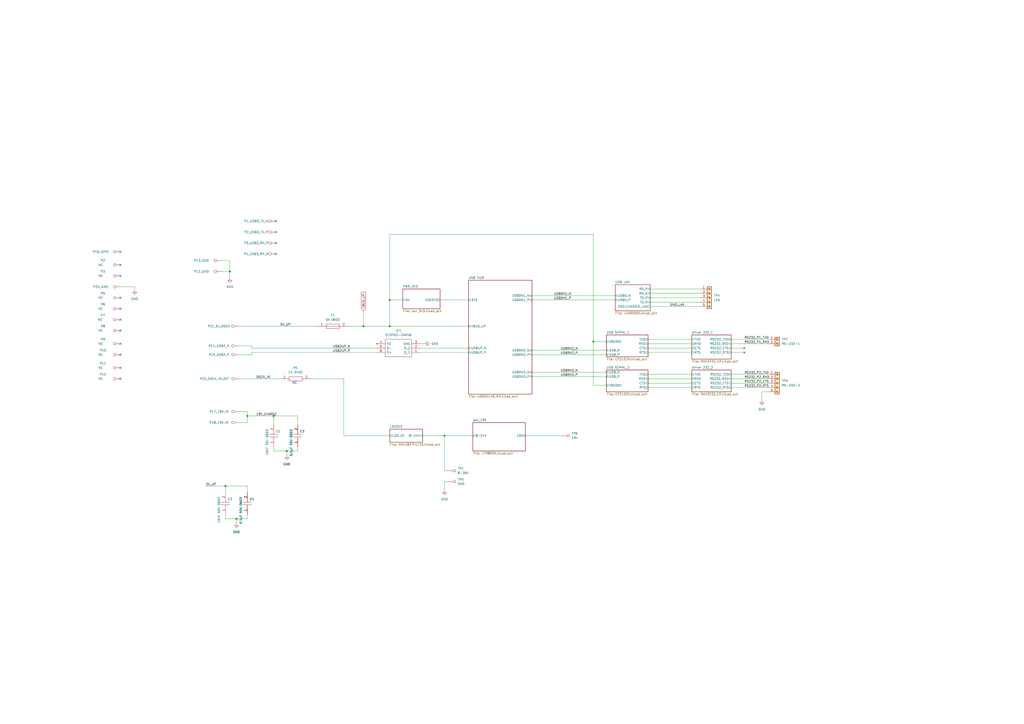
<source format=kicad_sch>
(kicad_sch (version 20211123) (generator eeschema)
  (paper "A2")
  (title_block (title "DOCK USB"))
  (lib_symbols
    (symbol "Connector:Screw_Terminal_01x02" (pin_names (offset 1.016) hide)
      (property "Reference" "J" (at 0 2.54 0))
      (property "Value" "Screw_Terminal_01x02" (at 0 -5.08 0))
      (symbol "Screw_Terminal_01x02_1_1"
        (rectangle (start -1.27 1.27) (end 1.27 -3.81) (stroke (width 0.254)) (fill (type background)))
        (circle (center 0 -2.54) (radius 0.635) (stroke (width 0.1524)))
        (polyline (pts (xy -0.5334 -2.2098) (xy 0.3302 -3.048)) (stroke (width 0.1524)))
        (polyline (pts (xy -0.5334 0.3302) (xy 0.3302 -0.508)) (stroke (width 0.1524)))
        (polyline (pts (xy -0.3556 -2.032) (xy 0.508 -2.8702)) (stroke (width 0.1524)))
        (polyline (pts (xy -0.3556 0.508) (xy 0.508 -0.3302)) (stroke (width 0.1524)))
        (circle (center 0 0) (radius 0.635) (stroke (width 0.1524)))
        (pin passive line (at -5.08 0 0) (length 3.81) (name "Pin_1") (number "1"))
        (pin passive line (at -5.08 -2.54 0) (length 3.81) (name "Pin_2") (number "2"))
      )
    )
    (symbol "Connector:Screw_Terminal_01x05" (pin_names (offset 1.016) hide)
      (property "Reference" "J?" (at 2.54 1.2701 0))
      (property "Value" "Screw_Terminal_01x05" (at 2.54 -1.2699 0))
      (symbol "Screw_Terminal_01x05_1_1"
        (rectangle (start -1.27 6.35) (end 1.27 -6.35) (stroke (width 0.254)) (fill (type background)))
        (circle (center 0 -5.08) (radius 0.635) (stroke (width 0.1524)))
        (circle (center 0 -2.54) (radius 0.635) (stroke (width 0.1524)))
        (polyline (pts (xy -0.5334 -4.7498) (xy 0.3302 -5.588)) (stroke (width 0.1524)))
        (polyline (pts (xy -0.5334 -2.2098) (xy 0.3302 -3.048)) (stroke (width 0.1524)))
        (polyline (pts (xy -0.5334 0.3302) (xy 0.3302 -0.508)) (stroke (width 0.1524)))
        (polyline (pts (xy -0.5334 2.8702) (xy 0.3302 2.032)) (stroke (width 0.1524)))
        (polyline (pts (xy -0.5334 5.4102) (xy 0.3302 4.572)) (stroke (width 0.1524)))
        (polyline (pts (xy -0.3556 -4.572) (xy 0.508 -5.4102)) (stroke (width 0.1524)))
        (polyline (pts (xy -0.3556 -2.032) (xy 0.508 -2.8702)) (stroke (width 0.1524)))
        (polyline (pts (xy -0.3556 0.508) (xy 0.508 -0.3302)) (stroke (width 0.1524)))
        (polyline (pts (xy -0.3556 3.048) (xy 0.508 2.2098)) (stroke (width 0.1524)))
        (polyline (pts (xy -0.3556 5.588) (xy 0.508 4.7498)) (stroke (width 0.1524)))
        (circle (center 0 0) (radius 0.635) (stroke (width 0.1524)))
        (circle (center 0 2.54) (radius 0.635) (stroke (width 0.1524)))
        (circle (center 0 5.08) (radius 0.635) (stroke (width 0.1524)))
        (pin passive line (at -5.08 5.08 0) (length 3.81) (name "Pin_1") (number "1"))
        (pin passive line (at -5.08 2.54 0) (length 3.81) (name "Pin_2") (number "2"))
        (pin passive line (at -5.08 0 0) (length 3.81) (name "Pin_3") (number "3"))
        (pin passive line (at -5.08 -2.54 0) (length 3.81) (name "Pin_4") (number "4"))
        (pin passive line (at -5.08 -5.08 0) (length 3.81) (name "Pin_5") (number "5"))
      )
    )
    (symbol "Connector:TestPoint" (pin_numbers hide) (pin_names (offset 0.762) hide)
      (property "Reference" "TP" (at 0 6.858 0))
      (property "Value" "TestPoint" (at 0 5.08 0))
      (symbol "TestPoint_0_1"
        (circle (center 0 3.302) (radius 0.762))
      )
      (symbol "TestPoint_1_1"
        (pin passive line (at 0 0 90) (length 2.54) (name "1") (number "1"))
      )
    )
    (symbol "global_lib:ECMF02-2AMX6" (pin_names (offset 0.762))
      (property "Reference" "IC" (at 21.59 7.62 0))
      (property "Value" "ECMF02-2AMX6" (at 21.59 5.08 0))
      (symbol "ECMF02-2AMX6_0_0"
        (pin passive line (at 0 0 0) (length 5.08) (name "D_1") (number "1"))
        (pin passive line (at 0 -2.54 0) (length 5.08) (name "D_2") (number "2"))
        (pin passive line (at 0 -5.08 0) (length 5.08) (name "GND") (number "3"))
        (pin no_connect line (at 25.4 -5.08 180) (length 5.08) (name "NC") (number "4"))
        (pin passive line (at 25.4 -2.54 180) (length 5.08) (name "D-") (number "5"))
        (pin passive line (at 25.4 0 180) (length 5.08) (name "D+") (number "6"))
      )
      (symbol "ECMF02-2AMX6_0_1"
        (polyline (pts (xy 5.08 2.54) (xy 20.32 2.54) (xy 20.32 -7.62) (xy 5.08 -7.62) (xy 5.08 2.54)) (stroke (width 0.1524)))
      )
    )
    (symbol "my_cap:06035C104MAT2A" (pin_names (offset 0.762))
      (property "Reference" "C" (at 8.89 6.35 0))
      (property "Value" "06035C104MAT2A" (at 8.89 3.81 0))
      (symbol "06035C104MAT2A_0_0"
        (pin passive line (at 0 0 0) (length 5.08) (name "~") (number "1"))
        (pin passive line (at 12.7 0 180) (length 5.08) (name "~") (number "2"))
      )
      (symbol "06035C104MAT2A_0_1"
        (polyline (pts (xy 5.08 0) (xy 5.588 0)) (stroke (width 0.1524)))
        (polyline (pts (xy 5.588 2.54) (xy 5.588 -2.54)) (stroke (width 0.1524)))
        (polyline (pts (xy 7.112 0) (xy 7.62 0)) (stroke (width 0.1524)))
        (polyline (pts (xy 7.112 2.54) (xy 7.112 -2.54)) (stroke (width 0.1524)))
      )
    )
    (symbol "my_cap:885012206089" (pin_names (offset 0.762))
      (property "Reference" "C" (at 8.89 6.35 0))
      (property "Value" "885012206089" (at 8.89 3.81 0))
      (symbol "885012206089_0_0"
        (pin passive line (at 0 0 0) (length 5.08) (name "~") (number "1"))
        (pin passive line (at 12.7 0 180) (length 5.08) (name "~") (number "2"))
      )
      (symbol "885012206089_0_1"
        (polyline (pts (xy 5.08 0) (xy 5.588 0)) (stroke (width 0.1524)))
        (polyline (pts (xy 5.588 2.54) (xy 5.588 -2.54)) (stroke (width 0.1524)))
        (polyline (pts (xy 7.112 0) (xy 7.62 0)) (stroke (width 0.1524)))
        (polyline (pts (xy 7.112 2.54) (xy 7.112 -2.54)) (stroke (width 0.1524)))
      )
    )
    (symbol "my_fuse:5A 0603" (pin_names (offset 0.762))
      (property "Reference" "F" (at 13.97 6.35 0))
      (property "Value" "5A 0603" (at 13.97 3.81 0))
      (symbol "5A 0603_0_0"
        (pin passive line (at 0 0 0) (length 5.08) (name "~") (number "1"))
        (pin passive line (at 17.78 0 180) (length 5.08) (name "~") (number "2"))
      )
      (symbol "5A 0603_0_1"
        (polyline (pts (xy 5.08 0) (xy 12.7 0)) (stroke (width 0.1524)))
        (polyline (pts (xy 5.08 1.27) (xy 12.7 1.27) (xy 12.7 -1.27) (xy 5.08 -1.27) (xy 5.08 1.27)) (stroke (width 0.1524)))
      )
    )
    (symbol "my_res:1K 0402" (pin_names (offset 0.762))
      (property "Reference" "R" (at 13.97 6.35 0))
      (property "Value" "1K 0402" (at 13.97 3.81 0))
      (symbol "1K 0402_0_0"
        (pin passive line (at 0 0 0) (length 5.08) (name "~") (number "1"))
        (pin passive line (at 17.78 0 180) (length 5.08) (name "~") (number "2"))
      )
      (symbol "1K 0402_0_1"
        (polyline (pts (xy 5.08 1.27) (xy 12.7 1.27) (xy 12.7 -1.27) (xy 5.08 -1.27) (xy 5.08 1.27)) (stroke (width 0.1524)))
      )
    )
    (symbol "power:GND" (power) (pin_names (offset 0))
      (property "Value" "GND" (at 0 -3.81 0))
      (symbol "GND_0_1"
        (polyline (pts (xy 0 0) (xy 0 -1.27) (xy 1.27 -1.27) (xy 0 -2.54) (xy -1.27 -1.27) (xy 0 -1.27)))
      )
      (symbol "GND_1_1"
        (pin power_in line (at 0 0 270) (length 0) hide (name "GND") (number "1"))
      )
    )
  )
  (bus_alias "OCS" (members "N1" "N2" "N3" "N4"))
  (bus_alias "USB_PWR" (members "P1" "P2" "P3" "P4"))
  (junction (at 133.35 157.48))
  (junction (at 344.17 198.12))
  (junction (at 158.75 241.3))
  (junction (at 143.51 241.3))
  (junction (at 226.06 189.23))
  (junction (at 226.06 173.99))
  (junction (at 137.16 300.99))
  (junction (at 166.37 261.62))
  (junction (at 210.82 189.23))
  (junction (at 257.81 252.73))
  (junction (at 130.81 281.94))
  (no_connect (at 69.85 172.72))
  (no_connect (at 69.85 179.07))
  (no_connect (at 431.8 201.93))
  (no_connect (at 431.8 204.47))
  (no_connect (at 69.85 185.42))
  (no_connect (at 69.85 191.77))
  (no_connect (at 69.85 205.74))
  (no_connect (at 69.85 199.39))
  (no_connect (at 69.85 146.05))
  (no_connect (at 69.85 219.71))
  (no_connect (at 69.85 153.67))
  (no_connect (at 160.02 140.97))
  (no_connect (at 160.02 147.32))
  (no_connect (at 69.85 160.02))
  (no_connect (at 160.02 134.62))
  (no_connect (at 160.02 128.27))
  (no_connect (at 69.85 213.36))
  (wire (pts (xy 274.32 252.73) (xy 257.81 252.73)))
  (wire (pts (xy 233.68 173.99) (xy 226.06 173.99)))
  (wire (pts (xy 377.19 167.64) (xy 406.4 167.64)))
  (wire (pts (xy 377.19 177.8) (xy 406.4 177.8)))
  (wire (pts (xy 375.92 196.85) (xy 401.32 196.85)))
  (wire (pts (xy 143.51 245.11) (xy 138.43 245.11)))
  (wire (pts (xy 424.18 222.25) (xy 445.77 222.25)))
  (wire (pts (xy 130.81 281.94) (xy 130.81 285.75)))
  (wire (pts (xy 257.81 279.4) (xy 257.81 284.48)))
  (wire (pts (xy 158.75 261.62) (xy 158.75 259.08)))
  (wire (pts (xy 172.72 241.3) (xy 158.75 241.3)))
  (wire (pts (xy 308.61 205.74) (xy 351.79 205.74)))
  (wire (pts (xy 377.19 172.72) (xy 406.4 172.72)))
  (wire (pts (xy 143.51 238.76) (xy 143.51 241.3)))
  (wire (pts (xy 308.61 171.45) (xy 356.87 171.45)))
  (wire (pts (xy 146.05 201.93) (xy 218.44 201.93)))
  (wire (pts (xy 166.37 261.62) (xy 166.37 264.16)))
  (wire (pts (xy 377.19 170.18) (xy 406.4 170.18)))
  (wire (pts (xy 133.35 157.48) (xy 133.35 161.29)))
  (wire (pts (xy 143.51 298.45) (xy 143.51 300.99)))
  (wire (pts (xy 128.27 151.13) (xy 133.35 151.13)))
  (wire (pts (xy 130.81 281.94) (xy 143.51 281.94)))
  (wire (pts (xy 308.61 215.9) (xy 351.79 215.9)))
  (wire (pts (xy 304.8 252.73) (xy 326.39 252.73)))
  (wire (pts (xy 424.18 204.47) (xy 431.8 204.47)))
  (wire (pts (xy 424.18 201.93) (xy 431.8 201.93)))
  (wire (pts (xy 201.93 189.23) (xy 210.82 189.23)))
  (wire (pts (xy 137.16 300.99) (xy 130.81 300.99)))
  (wire (pts (xy 243.84 204.47) (xy 271.78 204.47)))
  (wire (pts (xy 143.51 241.3) (xy 158.75 241.3)))
  (wire (pts (xy 199.39 252.73) (xy 199.39 219.71)))
  (wire (pts (xy 375.92 217.17) (xy 401.32 217.17)))
  (wire (pts (xy 308.61 218.44) (xy 351.79 218.44)))
  (wire (pts (xy 146.05 204.47) (xy 146.05 205.74)))
  (wire (pts (xy 226.06 173.99) (xy 226.06 135.89)))
  (wire (pts (xy 375.92 201.93) (xy 401.32 201.93)))
  (wire (pts (xy 146.05 205.74) (xy 138.43 205.74)))
  (wire (pts (xy 424.18 224.79) (xy 445.77 224.79)))
  (wire (pts (xy 138.43 219.71) (xy 162.56 219.71)))
  (wire (pts (xy 375.92 204.47) (xy 401.32 204.47)))
  (wire (pts (xy 375.92 219.71) (xy 401.32 219.71)))
  (wire (pts (xy 146.05 204.47) (xy 218.44 204.47)))
  (wire (pts (xy 260.35 273.05) (xy 257.81 273.05)))
  (wire (pts (xy 245.11 252.73) (xy 257.81 252.73)))
  (wire (pts (xy 172.72 246.38) (xy 172.72 241.3)))
  (wire (pts (xy 255.27 173.99) (xy 271.78 173.99)))
  (wire (pts (xy 375.92 224.79) (xy 401.32 224.79)))
  (wire (pts (xy 133.35 151.13) (xy 133.35 157.48)))
  (wire (pts (xy 128.27 157.48) (xy 133.35 157.48)))
  (wire (pts (xy 226.06 135.89) (xy 344.17 135.89)))
  (wire (pts (xy 119.38 281.94) (xy 130.81 281.94)))
  (wire (pts (xy 441.96 227.33) (xy 445.77 227.33)))
  (wire (pts (xy 308.61 173.99) (xy 356.87 173.99)))
  (wire (pts (xy 143.51 300.99) (xy 137.16 300.99)))
  (wire (pts (xy 344.17 198.12) (xy 351.79 198.12)))
  (wire (pts (xy 138.43 238.76) (xy 143.51 238.76)))
  (wire (pts (xy 243.84 201.93) (xy 271.78 201.93)))
  (wire (pts (xy 210.82 180.34) (xy 210.82 189.23)))
  (wire (pts (xy 143.51 241.3) (xy 143.51 245.11)))
  (wire (pts (xy 377.19 175.26) (xy 406.4 175.26)))
  (wire (pts (xy 344.17 135.89) (xy 344.17 198.12)))
  (wire (pts (xy 344.17 223.52) (xy 344.17 198.12)))
  (wire (pts (xy 78.105 166.37) (xy 69.85 166.37)))
  (wire (pts (xy 441.96 227.33) (xy 441.96 232.41)))
  (wire (pts (xy 424.18 199.39) (xy 445.77 199.39)))
  (wire (pts (xy 424.18 219.71) (xy 445.77 219.71)))
  (wire (pts (xy 172.72 261.62) (xy 166.37 261.62)))
  (wire (pts (xy 243.84 199.39) (xy 246.38 199.39)))
  (wire (pts (xy 226.06 252.73) (xy 199.39 252.73)))
  (wire (pts (xy 78.105 168.275) (xy 78.105 166.37)))
  (wire (pts (xy 351.79 223.52) (xy 344.17 223.52)))
  (wire (pts (xy 172.72 259.08) (xy 172.72 261.62)))
  (wire (pts (xy 424.18 217.17) (xy 445.77 217.17)))
  (wire (pts (xy 375.92 222.25) (xy 401.32 222.25)))
  (wire (pts (xy 180.34 219.71) (xy 199.39 219.71)))
  (wire (pts (xy 308.61 203.2) (xy 351.79 203.2)))
  (wire (pts (xy 158.75 241.3) (xy 158.75 246.38)))
  (wire (pts (xy 143.51 285.75) (xy 143.51 281.94)))
  (wire (pts (xy 375.92 199.39) (xy 401.32 199.39)))
  (wire (pts (xy 424.18 196.85) (xy 445.77 196.85)))
  (wire (pts (xy 146.05 200.66) (xy 138.43 200.66)))
  (wire (pts (xy 166.37 261.62) (xy 158.75 261.62)))
  (wire (pts (xy 130.81 300.99) (xy 130.81 298.45)))
  (wire (pts (xy 260.35 279.4) (xy 257.81 279.4)))
  (wire (pts (xy 271.78 189.23) (xy 226.06 189.23)))
  (wire (pts (xy 137.16 300.99) (xy 137.16 303.53)))
  (wire (pts (xy 257.81 252.73) (xy 257.81 273.05)))
  (wire (pts (xy 138.43 189.23) (xy 184.15 189.23)))
  (wire (pts (xy 146.05 201.93) (xy 146.05 200.66)))
  (wire (pts (xy 226.06 173.99) (xy 226.06 189.23)))
  (wire (pts (xy 226.06 189.23) (xy 210.82 189.23)))
  (text "NC" (at 169.545 222.885 0) (effects (font (size 1.27 1.27)) (justify left bottom)))
  (label "RS232_P2_RTS" (at 431.8 224.79 0))
  (label "USB2UP_N" (at 193.04 201.93 0))
  (label "19V_CHARGE" (at 148.59 241.3 0))
  (label "USBDN2_P" (at 325.12 205.74 0))
  (label "USBDN1_P" (at 321.31 173.99 0))
  (label "5V_UP" (at 162.56 189.23 0))
  (label "RS232_P2_CTS" (at 431.8 222.25 0))
  (label "GND_LAN" (at 388.62 177.8 0))
  (label "RS232_P2_RXD" (at 431.8 219.71 0))
  (label "DOCK_IN" (at 148.59 219.71 0))
  (label "USBDN1_N" (at 321.31 171.45 0))
  (label "RS232_P1_RXD" (at 431.8 199.39 0))
  (label "USBDN3_P" (at 325.12 218.44 0))
  (label "USBDN3_N" (at 325.12 215.9 0))
  (label "USB2UP_P" (at 193.04 204.47 0))
  (label "RS232_P1_TXD" (at 431.8 196.85 0))
  (label "5V_UP" (at 119.38 281.94 0))
  (label "USBDN2_N" (at 325.12 203.2 0))
  (label "RS232_P2_TXD" (at 431.8 217.17 0))
  (global_label "VBUS_UP" (shape input) (at 210.82 180.34 90) (property "Intersheet References" "${INTERSHEET_REFS}" (effects hide)))
  (symbol (lib_id "Connector:TestPoint") (at 69.85 146.05 90) (unit 1) (in_bom no)
    (property "Reference" "P1" (effects hide))
    (property "Value" "P16_GPIO" (at 58.42 146.05 90))
    (property "Footprint" "TestPoint:TestPoint_THTPad_D1.0mm_Drill0.5mm" (effects hide))
  )
  (symbol (lib_id "Connector:TestPoint") (at 138.43 205.74 90) (unit 1) (in_bom no)
    (property "Reference" "P17" (effects hide))
    (property "Value" "P15_USB2_P" (at 127 205.74 90))
    (property "Footprint" "TestPoint:TestPoint_THTPad_D1.0mm_Drill0.5mm" (effects hide))
  )
  (symbol (lib_id "Connector:TestPoint") (at 138.43 245.11 90) (unit 1) (in_bom no)
    (property "Reference" "P20" (effects hide))
    (property "Value" "P18_19V_IN" (at 127 245.11 90))
    (property "Footprint" "TestPoint:TestPoint_THTPad_D1.0mm_Drill0.5mm" (effects hide))
  )
  (symbol (lib_id "Connector:TestPoint") (at 138.43 238.76 90) (unit 1) (in_bom no)
    (property "Reference" "P19" (effects hide))
    (property "Value" "P17_19V_IN" (at 127 238.76 90))
    (property "Footprint" "TestPoint:TestPoint_THTPad_D1.0mm_Drill0.5mm" (effects hide))
  )
  (symbol (lib_id "Connector:TestPoint") (at 69.85 199.39 90) (unit 1) (in_bom no)
    (property "Reference" "P9" (at 59.69 196.85 90))
    (property "Value" "NC" (at 58.42 199.39 90))
    (property "Footprint" "TestPoint:TestPoint_THTPad_D1.0mm_Drill0.5mm" (effects hide))
  )
  (symbol (lib_id "my_cap:06035C104MAT2A") (at 172.72 259.08 90) (unit 1) (in_bom no)
    (property "Reference" "C2" (at 173.99 250.19 90) (effects (justify right)))
    (property "Value" "0.1uF 50V 0603" (at 168.91 248.92 0) (effects (justify right)))
    (property "Footprint" "C_0603_1608Metric" (effects hide))
    (property "Datasheet" "https://componentsearchengine.com/Datasheets/1/06031A100FAT2A.pdf" (effects hide))
    (property "Description" "Multilayer Ceramic Capacitors MLCC - SMD/SMT 50V .1uF X7R 0603 20%" (effects hide))
    (property "Height" "0.9" (effects hide))
    (property "Manufacturer_Name" "AVX" (effects hide))
    (property "Manufacturer_Part_Number" "06035C104MAT2A" (effects hide))
    (property "Mouser Part Number" "581-06035C104MAT2A" (effects hide))
    (property "Mouser Price/Stock" "https://www.mouser.co.uk/ProductDetail/AVX/06035C104MAT2A?qs=EbDiPP9peV9v4gP9vI6ssw%3D%3D" (effects hide))
    (property "Arrow Part Number" "06035C104MAT2A" (effects hide))
    (property "Arrow Price/Stock" "https://www.arrow.com/en/products/06035c104mat2a/avx" (effects hide))
  )
  (symbol (lib_id "global_lib:ECMF02-2AMX6") (at 243.84 204.47 180) (unit 1)
    (property "Reference" "IC1" (at 231.14 191.77 0))
    (property "Value" "ECMF02-2AMX6" (at 231.14 194.31 0))
    (property "Footprint" "SON50P150X170X55-6N-D" (effects hide))
    (property "Datasheet" "http://www.st.com/content/ccc/resource/technical/document/datasheet/3a/28/cf/d0/31/63/48/8c/CD00282307.pdf/files/CD00282307.pdf/jcr:content/translations/en.CD00282307.pdf" (effects hide))
    (property "Description" "Common Mode Filter & ESD Prot. USB uQFN6 STMicroelectronics ECMF02 Series, Signal Filter, 200mA uQFN SMD, Flat Contact Termination, 1.8 x 1.6 x 0.5mm" (effects hide))
    (property "Height" "0.55" (effects hide))
    (property "Manufacturer_Name" "STMicroelectronics" (effects hide))
    (property "Manufacturer_Part_Number" "ECMF02-2AMX6" (effects hide))
    (property "Mouser Part Number" "511-ECMF02-2AMX6" (effects hide))
    (property "Mouser Price/Stock" "https://www.mouser.co.uk/ProductDetail/STMicroelectronics/ECMF02-2AMX6?qs=raAh8RbVwI65u5gmT42%2Flg%3D%3D" (effects hide))
    (property "Arrow Part Number" "ECMF02-2AMX6" (effects hide))
    (property "Arrow Price/Stock" "https://www.arrow.com/en/products/ecmf02-2amx6/stmicroelectronics?region=nac" (effects hide))
  )
  (symbol (lib_id "Connector:TestPoint") (at 326.39 252.73 270) (unit 1)
    (property "Reference" "TP6" (at 331.47 251.4599 90) (effects (justify left)))
    (property "Value" "19V" (at 331.47 253.9999 90) (effects (justify left)))
    (property "Footprint" "TestPoint:TestPoint_THTPad_2.5x2.5mm_Drill1.2mm" (effects hide))
  )
  (symbol (lib_id "Connector:TestPoint") (at 69.85 166.37 90) (unit 1) (in_bom no)
    (property "Reference" "P4" (effects hide))
    (property "Value" "P24_GND" (at 58.42 166.37 90))
    (property "Footprint" "TestPoint:TestPoint_THTPad_D1.0mm_Drill0.5mm" (effects hide))
  )
  (symbol (lib_id "power:GND") (at 78.105 168.275 0) (unit 1)
    (property "Reference" "#PWR0101" (effects hide))
    (property "Value" "GND" (at 78.105 173.355 0))
  )
  (symbol (lib_id "my_res:1K 0402") (at 162.56 219.71 0) (unit 1) (in_bom no)
    (property "Reference" "R1" (at 171.45 213.36 0))
    (property "Value" "1K 0402" (at 171.45 215.9 0))
    (property "Footprint" "R_0402_1005Metric" (effects hide))
    (property "Datasheet" "https://datasheet.datasheetarchive.com/originals/distributors/Datasheets_SAMA/a1f8f48f216d234b3e6a96d43a77a0c1.pdf" (effects hide))
    (property "Description" "Thin Film Resistors - SMD 1K ohm 1% 1/16W" (effects hide))
    (property "Height" "0.35" (effects hide))
    (property "Manufacturer_Name" "KEMET" (effects hide))
    (property "Manufacturer_Part_Number" "RT0402FRE071KL" (effects hide))
    (property "Mouser Part Number" "603-RT0402FRE071KL" (effects hide))
    (property "Mouser Price/Stock" "https://www.mouser.co.uk/ProductDetail/YAGEO/RT0402FRE071KL?qs=BXCcY9r%252B08AJmLKodK5LLA%3D%3D" (effects hide))
    (property "Arrow Part Number" "RT0402FRE071KL" (effects hide))
    (property "Arrow Price/Stock" "https://www.arrow.com/en/products/rt0402fre071kl/yageo?region=nac" (effects hide))
  )
  (symbol (lib_id "Connector:TestPoint") (at 160.02 134.62 90) (unit 1) (in_bom no)
    (property "Reference" "P22" (effects hide))
    (property "Value" "P2_USB3_TX_P" (at 148.59 134.62 90))
    (property "Footprint" "TestPoint:TestPoint_THTPad_D1.0mm_Drill0.5mm" (effects hide))
  )
  (symbol (lib_id "Connector:TestPoint") (at 138.43 219.71 90) (unit 1) (in_bom no)
    (property "Reference" "P18" (effects hide))
    (property "Value" "P22_DOCK_IN_DET" (at 124.46 219.71 90))
    (property "Footprint" "TestPoint:TestPoint_THTPad_D1.0mm_Drill0.5mm" (effects hide))
  )
  (symbol (lib_id "Connector:Screw_Terminal_01x05") (at 450.85 222.25 0) (unit 1) (in_bom no)
    (property "Reference" "TP3" (at 453.39 220.9799 0) (effects (justify left)))
    (property "Value" "RS-232-2" (at 453.39 223.5199 0) (effects (justify left)))
    (property "Footprint" "Connector_PinHeader_2.54mm:PinHeader_1x05_P2.54mm_Vertical" (effects hide))
  )
  (symbol (lib_id "Connector:TestPoint") (at 69.85 153.67 90) (unit 1) (in_bom no)
    (property "Reference" "P2" (at 59.69 151.13 90))
    (property "Value" "NC" (at 58.42 153.67 90))
    (property "Footprint" "TestPoint:TestPoint_THTPad_D1.0mm_Drill0.5mm" (effects hide))
  )
  (symbol (lib_id "power:GND") (at 441.96 232.41 0) (unit 1)
    (property "Reference" "#PWR05" (effects hide))
    (property "Value" "GND" (at 441.96 237.49 0))
  )
  (symbol (lib_id "Connector:TestPoint") (at 69.85 219.71 90) (unit 1) (in_bom no)
    (property "Reference" "P12" (at 59.69 217.17 90))
    (property "Value" "NC" (at 58.42 219.71 90))
    (property "Footprint" "TestPoint:TestPoint_THTPad_D1.0mm_Drill0.5mm" (effects hide))
  )
  (symbol (lib_id "power:GND") (at 246.38 199.39 90) (unit 1)
    (property "Reference" "#PWR03" (effects hide))
    (property "Value" "GND" (at 250.19 199.3899 90) (effects (justify right)))
  )
  (symbol (lib_id "Connector:Screw_Terminal_01x05") (at 411.48 172.72 0) (unit 1) (in_bom no)
    (property "Reference" "TP4" (at 414.02 171.4499 0) (effects (justify left)))
    (property "Value" "LAN" (at 414.02 173.9899 0) (effects (justify left)))
    (property "Footprint" "Connector_PinHeader_2.00mm:PinHeader_1x05_P2.00mm_Vertical" (effects hide))
  )
  (symbol (lib_id "Connector:TestPoint") (at 160.02 128.27 90) (unit 1) (in_bom no)
    (property "Reference" "P21" (effects hide))
    (property "Value" "P1_USB3_TX_N" (at 148.59 128.27 90))
    (property "Footprint" "TestPoint:TestPoint_THTPad_D1.0mm_Drill0.5mm" (effects hide))
  )
  (symbol (lib_id "my_fuse:5A 0603") (at 184.15 189.23 0) (unit 1)
    (property "Reference" "F1" (at 193.04 182.88 0))
    (property "Value" "5A 0603" (at 193.04 185.42 0))
    (property "Footprint" "Fuse_0603_1608Metric" (effects hide))
    (property "Datasheet" "https://belfuse.com/resources/datasheets/circuitprotection/ds-CP-0ABB-series.pdf" (effects hide))
    (property "Description" "0603 SMD Fuse | Slow Blow | 5A" (effects hide))
    (property "Height" "0.569" (effects hide))
    (property "Manufacturer_Name" "Stewart Connector" (effects hide))
    (property "Manufacturer_Part_Number" "0ABB-5000-TM" (effects hide))
    (property "Mouser Part Number" "530-0ABB-5000-TM" (effects hide))
    (property "Mouser Price/Stock" "https://www.mouser.co.uk/ProductDetail/Bel-Fuse/0ABB-5000-TM?qs=Wj%2FVkw3K%252BMBSXffoEfmEpw%3D%3D" (effects hide))
  )
  (symbol (lib_id "Connector:TestPoint") (at 128.27 157.48 90) (unit 1) (in_bom no)
    (property "Reference" "P14" (effects hide))
    (property "Value" "P12_GND" (at 116.84 157.48 90))
    (property "Footprint" "TestPoint:TestPoint_THTPad_D1.0mm_Drill0.5mm" (effects hide))
  )
  (symbol (lib_id "my_cap:885012206089") (at 130.81 298.45 90) (unit 1)
    (property "Reference" "C3" (at 132.08 289.56 90) (effects (justify right)))
    (property "Value" "10nF 50V 0603" (at 127 288.29 0) (effects (justify right)))
    (property "Footprint" "C_0603_1608Metric" (effects hide))
    (property "Datasheet" "https://katalog.we-online.com/pbs/datasheet/885012206089.pdf" (effects hide))
    (property "Description" "Wurth Elektronik 0603 WCAP-CSGP 10nF Ceramic Multilayer Capacitor, 50 V dc, +125C, X7R Dielectric, +/-10%" (effects hide))
    (property "Height" "0.87" (effects hide))
    (property "Manufacturer_Name" "Wurth Elektronik" (effects hide))
    (property "Manufacturer_Part_Number" "885012206089" (effects hide))
    (property "Mouser Part Number" "710-885012206089" (effects hide))
    (property "Mouser Price/Stock" "https://www.mouser.co.uk/ProductDetail/Wurth-Elektronik/885012206089?qs=0KOYDY2FL28GvSbKh319Tw%3D%3D" (effects hide))
  )
  (symbol (lib_id "Connector:TestPoint") (at 260.35 273.05 270) (unit 1)
    (property "Reference" "TP1" (at 265.43 271.7799 90) (effects (justify left)))
    (property "Value" "8-36V" (at 265.43 274.3199 90) (effects (justify left)))
    (property "Footprint" "TestPoint:TestPoint_THTPad_2.5x2.5mm_Drill1.2mm" (effects hide))
  )
  (symbol (lib_id "my_cap:06035C104MAT2A") (at 143.51 298.45 90) (unit 1)
    (property "Reference" "C4" (at 144.78 289.56 90) (effects (justify right)))
    (property "Value" "0.1uF 50V 0603" (at 139.7 288.29 0) (effects (justify right)))
    (property "Footprint" "C_0603_1608Metric" (effects hide))
    (property "Datasheet" "https://componentsearchengine.com/Datasheets/1/06031A100FAT2A.pdf" (effects hide))
    (property "Description" "Multilayer Ceramic Capacitors MLCC - SMD/SMT 50V .1uF X7R 0603 20%" (effects hide))
    (property "Height" "0.9" (effects hide))
    (property "Manufacturer_Name" "AVX" (effects hide))
    (property "Manufacturer_Part_Number" "06035C104MAT2A" (effects hide))
    (property "Mouser Part Number" "581-06035C104MAT2A" (effects hide))
    (property "Mouser Price/Stock" "https://www.mouser.co.uk/ProductDetail/AVX/06035C104MAT2A?qs=EbDiPP9peV9v4gP9vI6ssw%3D%3D" (effects hide))
    (property "Arrow Part Number" "06035C104MAT2A" (effects hide))
    (property "Arrow Price/Stock" "https://www.arrow.com/en/products/06035c104mat2a/avx" (effects hide))
  )
  (symbol (lib_id "Connector:TestPoint") (at 69.85 160.02 90) (unit 1) (in_bom no)
    (property "Reference" "P3" (at 59.69 157.48 90))
    (property "Value" "NC" (at 58.42 160.02 90))
    (property "Footprint" "TestPoint:TestPoint_THTPad_D1.0mm_Drill0.5mm" (effects hide))
  )
  (symbol (lib_id "Connector:TestPoint") (at 128.27 151.13 90) (unit 1) (in_bom no)
    (property "Reference" "P13" (effects hide))
    (property "Value" "P13_GND" (at 116.84 151.13 90))
    (property "Footprint" "TestPoint:TestPoint_THTPad_D1.0mm_Drill0.5mm" (effects hide))
  )
  (symbol (lib_id "power:GND") (at 166.37 264.16 0) (unit 1)
    (property "Reference" "#PWR02" (effects hide))
    (property "Value" "GND" (at 166.37 269.24 0))
  )
  (symbol (lib_id "Connector:TestPoint") (at 69.85 179.07 90) (unit 1) (in_bom no)
    (property "Reference" "P6" (at 59.69 176.53 90))
    (property "Value" "NC" (at 58.42 179.07 90))
    (property "Footprint" "TestPoint:TestPoint_THTPad_D1.0mm_Drill0.5mm" (effects hide))
  )
  (symbol (lib_id "power:GND") (at 257.81 284.48 0) (unit 1)
    (property "Reference" "#PWR065" (effects hide))
    (property "Value" "GND" (at 257.81 289.56 0))
  )
  (symbol (lib_id "Connector:TestPoint") (at 69.85 191.77 90) (unit 1) (in_bom no)
    (property "Reference" "P8" (at 59.69 189.23 90))
    (property "Value" "NC" (at 58.42 191.77 90))
    (property "Footprint" "TestPoint:TestPoint_THTPad_D1.0mm_Drill0.5mm" (effects hide))
  )
  (symbol (lib_id "Connector:TestPoint") (at 138.43 189.23 90) (unit 1) (in_bom no)
    (property "Reference" "P15" (effects hide))
    (property "Value" "P21_5V_DOCK" (at 127 189.23 90))
    (property "Footprint" "TestPoint:TestPoint_THTPad_D1.0mm_Drill0.5mm" (effects hide))
  )
  (symbol (lib_id "Connector:Screw_Terminal_01x02") (at 450.85 196.85 0) (unit 1)
    (property "Reference" "TP2" (at 453.39 196.8499 0) (effects (justify left)))
    (property "Value" "RS-232-1" (at 453.39 199.3899 0) (effects (justify left)))
    (property "Footprint" "Connector_PinHeader_2.54mm:PinHeader_1x02_P2.54mm_Vertical" (effects hide))
  )
  (symbol (lib_id "Connector:TestPoint") (at 138.43 200.66 90) (unit 1) (in_bom no)
    (property "Reference" "P16" (effects hide))
    (property "Value" "P14_USB2_N" (at 127 200.66 90))
    (property "Footprint" "TestPoint:TestPoint_THTPad_D1.0mm_Drill0.5mm" (effects hide))
  )
  (symbol (lib_id "power:GND") (at 137.16 303.53 0) (unit 1)
    (property "Reference" "#PWR04" (effects hide))
    (property "Value" "GND" (at 137.16 308.61 0))
  )
  (symbol (lib_id "Connector:TestPoint") (at 69.85 213.36 90) (unit 1) (in_bom no)
    (property "Reference" "P11" (at 59.69 210.82 90))
    (property "Value" "NC" (at 58.42 213.36 90))
    (property "Footprint" "TestPoint:TestPoint_THTPad_D1.0mm_Drill0.5mm" (effects hide))
  )
  (symbol (lib_id "Connector:TestPoint") (at 260.35 279.4 270) (unit 1)
    (property "Reference" "TP5" (at 265.43 278.1299 90) (effects (justify left)))
    (property "Value" "GND" (at 265.43 280.6699 90) (effects (justify left)))
    (property "Footprint" "TestPoint:TestPoint_THTPad_2.5x2.5mm_Drill1.2mm" (effects hide))
  )
  (symbol (lib_id "power:GND") (at 133.35 161.29 0) (unit 1)
    (property "Reference" "#PWR01" (effects hide))
    (property "Value" "GND" (at 133.35 166.37 0))
  )
  (symbol (lib_id "Connector:TestPoint") (at 160.02 147.32 90) (unit 1) (in_bom no)
    (property "Reference" "P24" (effects hide))
    (property "Value" "P4_USB3_RX_N" (at 148.59 147.32 90))
    (property "Footprint" "TestPoint:TestPoint_THTPad_D1.0mm_Drill0.5mm" (effects hide))
  )
  (symbol (lib_id "Connector:TestPoint") (at 69.85 172.72 90) (unit 1) (in_bom no)
    (property "Reference" "P5" (at 59.69 170.18 90))
    (property "Value" "NC" (at 58.42 172.72 90))
    (property "Footprint" "TestPoint:TestPoint_THTPad_D1.0mm_Drill0.5mm" (effects hide))
  )
  (symbol (lib_id "my_cap:885012206089") (at 158.75 259.08 90) (unit 1) (in_bom no)
    (property "Reference" "C1" (at 160.02 250.19 90) (effects (justify right)))
    (property "Value" "10nF 50V 0603" (at 154.94 248.92 0) (effects (justify right)))
    (property "Footprint" "C_0603_1608Metric" (effects hide))
    (property "Datasheet" "https://katalog.we-online.com/pbs/datasheet/885012206089.pdf" (effects hide))
    (property "Description" "Wurth Elektronik 0603 WCAP-CSGP 10nF Ceramic Multilayer Capacitor, 50 V dc, +125C, X7R Dielectric, +/-10%" (effects hide))
    (property "Height" "0.87" (effects hide))
    (property "Manufacturer_Name" "Wurth Elektronik" (effects hide))
    (property "Manufacturer_Part_Number" "885012206089" (effects hide))
    (property "Mouser Part Number" "710-885012206089" (effects hide))
    (property "Mouser Price/Stock" "https://www.mouser.co.uk/ProductDetail/Wurth-Elektronik/885012206089?qs=0KOYDY2FL28GvSbKh319Tw%3D%3D" (effects hide))
  )
  (symbol (lib_id "Connector:TestPoint") (at 69.85 205.74 90) (unit 1) (in_bom no)
    (property "Reference" "P10" (at 59.69 203.2 90))
    (property "Value" "NC" (at 58.42 205.74 90))
    (property "Footprint" "TestPoint:TestPoint_THTPad_D1.0mm_Drill0.5mm" (effects hide))
  )
  (symbol (lib_id "Connector:TestPoint") (at 69.85 185.42 90) (unit 1) (in_bom no)
    (property "Reference" "P7" (at 59.69 182.88 90))
    (property "Value" "NC'" (at 58.42 185.42 90))
    (property "Footprint" "TestPoint:TestPoint_THTPad_D1.0mm_Drill0.5mm" (effects hide))
  )
  (symbol (lib_id "Connector:TestPoint") (at 160.02 140.97 90) (unit 1) (in_bom no)
    (property "Reference" "P23" (effects hide))
    (property "Value" "P3_USB3_RX_P" (at 148.59 140.97 90))
    (property "Footprint" "TestPoint:TestPoint_THTPad_D1.0mm_Drill0.5mm" (effects hide))
  )
  (sheet (at 271.78 162.56) (size 36.83 66.04) (stroke (width 0.1524))
    (property "Sheet name" "USB HUB" (at 271.78 161.8484 0) (effects (justify left bottom)))
    (property "Sheet file" "USB2514B_M2.kicad_sch" (at 271.78 229.1846 0) (effects (justify left top)))
    (pin "3V3" input (at 271.78 173.99 180))
    (pin "USBUP_P" bidirectional (at 271.78 204.47 180))
    (pin "USBUP_N" bidirectional (at 271.78 201.93 180))
    (pin "USBDN2_N" bidirectional (at 308.61 203.2 0))
    (pin "USBDN2_P" bidirectional (at 308.61 205.74 0))
    (pin "USBDN3_N" bidirectional (at 308.61 215.9 0))
    (pin "USBDN3_P" bidirectional (at 308.61 218.44 0))
    (pin "VBUS_UP" input (at 271.78 189.23 180))
    (pin "USBDN1_N" bidirectional (at 308.61 171.45 0))
    (pin "USBDN1_P" bidirectional (at 308.61 173.99 0))
  )
  (sheet (at 401.32 214.63) (size 22.86 12.7) (stroke (width 0.1524))
    (property "Sheet name" "driver 232_2" (at 401.32 213.9184 0) (effects (justify left bottom)))
    (property "Sheet file" "MAX3232_EP.kicad_sch" (at 401.32 227.9146 0) (effects (justify left top)))
    (pin "RXD" output (at 401.32 219.71 180))
    (pin "CTS" output (at 401.32 222.25 180))
    (pin "TXD" input (at 401.32 217.17 180))
    (pin "RTS" input (at 401.32 224.79 180))
    (pin "RS232_RTS" output (at 424.18 224.79 0))
    (pin "RS232_TXD" output (at 424.18 217.17 0))
    (pin "RS232_RXD" input (at 424.18 219.71 0))
    (pin "RS232_CTS" input (at 424.18 222.25 0))
  )
  (sheet (at 351.79 194.31) (size 24.13 12.7) (stroke (width 0.1524))
    (property "Sheet name" "USB SERIAL_1" (at 351.79 193.5984 0) (effects (justify left bottom)))
    (property "Sheet file" "CP2102N.kicad_sch" (at 351.79 207.5946 0) (effects (justify left top)))
    (pin "USB_P" bidirectional (at 351.79 205.74 180))
    (pin "USB_N" bidirectional (at 351.79 203.2 180))
    (pin "VBUS5V" input (at 351.79 198.12 180))
    (pin "RTS" output (at 375.92 204.47 0))
    (pin "CTS" input (at 375.92 201.93 0))
    (pin "RXD" input (at 375.92 199.39 0))
    (pin "TXD" output (at 375.92 196.85 0))
  )
  (sheet (at 351.79 214.63) (size 24.13 12.7) (stroke (width 0.1524))
    (property "Sheet name" "USB SERIAL_2" (at 351.79 213.9184 0) (effects (justify left bottom)))
    (property "Sheet file" "CP2102N.kicad_sch" (at 351.79 227.9146 0) (effects (justify left top)))
    (pin "USB_P" bidirectional (at 351.79 218.44 180))
    (pin "USB_N" bidirectional (at 351.79 215.9 180))
    (pin "VBUS5V" input (at 351.79 223.52 180))
    (pin "RTS" output (at 375.92 224.79 0))
    (pin "CTS" input (at 375.92 222.25 0))
    (pin "RXD" input (at 375.92 219.71 0))
    (pin "TXD" output (at 375.92 217.17 0))
  )
  (sheet (at 233.68 167.64) (size 21.59 11.43) (stroke (width 0.1524))
    (property "Sheet name" "PWR_3V3" (at 233.68 166.9284 0) (effects (justify left bottom)))
    (property "Sheet file" "pwr_3v3.kicad_sch" (at 233.68 179.6546 0) (effects (justify left top)))
    (pin "VDD3V3" output (at 255.27 173.99 0))
    (pin "5V" input (at 233.68 173.99 180))
  )
  (sheet (at 401.32 194.31) (size 22.86 13.97) (stroke (width 0.1524))
    (property "Sheet name" "driver 232_1" (at 401.32 193.5984 0) (effects (justify left bottom)))
    (property "Sheet file" "MAX3232_EP.kicad_sch" (at 401.32 208.8646 0) (effects (justify left top)))
    (pin "RXD" output (at 401.32 199.39 180))
    (pin "CTS" output (at 401.32 201.93 180))
    (pin "TXD" input (at 401.32 196.85 180))
    (pin "RTS" input (at 401.32 204.47 180))
    (pin "RS232_RTS" output (at 424.18 204.47 0))
    (pin "RS232_TXD" output (at 424.18 196.85 0))
    (pin "RS232_RXD" input (at 424.18 199.39 0))
    (pin "RS232_CTS" input (at 424.18 201.93 0))
  )
  (sheet (at 226.06 248.92) (size 19.05 7.62) (stroke (width 0.1524))
    (property "Sheet name" "LDO3V3" (at 226.06 248.2084 0) (effects (justify left bottom)))
    (property "Sheet file" "MAX1837EUT33.kicad_sch" (at 226.06 257.1246 0) (effects (justify left top)))
    (pin "LDO_3V" output (at 226.06 252.73 180))
    (pin "8-24V" input (at 245.11 252.73 0))
  )
  (sheet (at 274.32 245.11) (size 30.48 16.51) (stroke (width 0.1524))
    (property "Sheet name" "pwr_19V" (at 274.32 244.3984 0) (effects (justify left bottom)))
    (property "Sheet file" "LTM8055.kicad_sch" (at 274.32 262.2046 0) (effects (justify left top)))
    (pin "8-24V" input (at 274.32 252.73 180))
    (pin "19V" output (at 304.8 252.73 0))
  )
  (sheet (at 356.87 165.1) (size 20.32 15.24) (stroke (width 0.1524))
    (property "Sheet name" "USB LAN" (at 356.87 164.3884 0) (effects (justify left bottom)))
    (property "Sheet file" "LAN9500A.kicad_sch" (at 356.87 180.9246 0) (effects (justify left top)))
    (pin "RD_P" bidirectional (at 377.19 167.64 0))
    (pin "RD_N" bidirectional (at 377.19 170.18 0))
    (pin "TD_P" bidirectional (at 377.19 172.72 0))
    (pin "TD_N" bidirectional (at 377.19 175.26 0))
    (pin "USBD_P" bidirectional (at 356.87 173.99 180))
    (pin "USBD_N" bidirectional (at 356.87 171.45 180))
    (pin "GND_CHASSIS_LAN" passive (at 377.19 177.8 0))
  )
)
</source>
